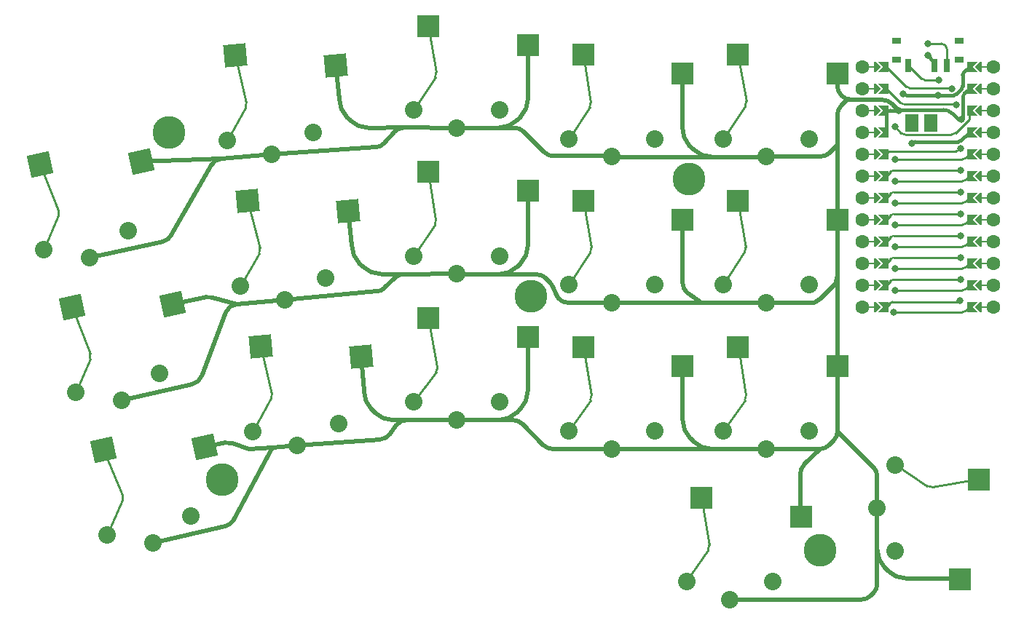
<source format=gbr>
G04 #@! TF.GenerationSoftware,KiCad,Pcbnew,6.0.0-d3dd2cf0fa~116~ubuntu20.04.1*
G04 #@! TF.CreationDate,2022-01-06T22:41:23-05:00*
G04 #@! TF.ProjectId,34_hs_mount,33345f68-735f-46d6-9f75-6e742e6b6963,0.1*
G04 #@! TF.SameCoordinates,Original*
G04 #@! TF.FileFunction,Copper,L2,Bot*
G04 #@! TF.FilePolarity,Positive*
%FSLAX46Y46*%
G04 Gerber Fmt 4.6, Leading zero omitted, Abs format (unit mm)*
G04 Created by KiCad (PCBNEW 6.0.0-d3dd2cf0fa~116~ubuntu20.04.1) date 2022-01-06 22:41:23*
%MOMM*%
%LPD*%
G01*
G04 APERTURE LIST*
G04 Aperture macros list*
%AMRotRect*
0 Rectangle, with rotation*
0 The origin of the aperture is its center*
0 $1 length*
0 $2 width*
0 $3 Rotation angle, in degrees counterclockwise*
0 Add horizontal line*
21,1,$1,$2,0,0,$3*%
%AMFreePoly0*
4,1,5,0.125000,-0.500000,-0.125000,-0.500000,-0.125000,0.500000,0.125000,0.500000,0.125000,-0.500000,0.125000,-0.500000,$1*%
%AMFreePoly1*
4,1,6,0.600000,0.200000,0.000000,-0.400000,-0.600000,0.200000,-0.600000,0.400000,0.600000,0.400000,0.600000,0.200000,0.600000,0.200000,$1*%
%AMFreePoly2*
4,1,6,0.600000,-0.250000,-0.600000,-0.250000,-0.600000,1.000000,0.000000,0.400000,0.600000,1.000000,0.600000,-0.250000,0.600000,-0.250000,$1*%
G04 Aperture macros list end*
G04 #@! TA.AperFunction,ComponentPad*
%ADD10C,2.600000*%
G04 #@! TD*
G04 #@! TA.AperFunction,ConnectorPad*
%ADD11C,3.800000*%
G04 #@! TD*
G04 #@! TA.AperFunction,ComponentPad*
%ADD12C,2.032000*%
G04 #@! TD*
G04 #@! TA.AperFunction,SMDPad,CuDef*
%ADD13RotRect,2.600000X2.600000X12.500000*%
G04 #@! TD*
G04 #@! TA.AperFunction,SMDPad,CuDef*
%ADD14R,2.600000X2.600000*%
G04 #@! TD*
G04 #@! TA.AperFunction,SMDPad,CuDef*
%ADD15R,1.500000X2.100000*%
G04 #@! TD*
G04 #@! TA.AperFunction,SMDPad,CuDef*
%ADD16FreePoly0,90.000000*%
G04 #@! TD*
G04 #@! TA.AperFunction,ComponentPad*
%ADD17C,1.600000*%
G04 #@! TD*
G04 #@! TA.AperFunction,SMDPad,CuDef*
%ADD18FreePoly0,270.000000*%
G04 #@! TD*
G04 #@! TA.AperFunction,SMDPad,CuDef*
%ADD19FreePoly1,270.000000*%
G04 #@! TD*
G04 #@! TA.AperFunction,SMDPad,CuDef*
%ADD20FreePoly1,90.000000*%
G04 #@! TD*
G04 #@! TA.AperFunction,SMDPad,CuDef*
%ADD21FreePoly2,90.000000*%
G04 #@! TD*
G04 #@! TA.AperFunction,SMDPad,CuDef*
%ADD22FreePoly2,270.000000*%
G04 #@! TD*
G04 #@! TA.AperFunction,SMDPad,CuDef*
%ADD23RotRect,2.600000X2.600000X5.000000*%
G04 #@! TD*
G04 #@! TA.AperFunction,SMDPad,CuDef*
%ADD24R,1.000000X0.800000*%
G04 #@! TD*
G04 #@! TA.AperFunction,SMDPad,CuDef*
%ADD25R,0.700000X1.500000*%
G04 #@! TD*
G04 #@! TA.AperFunction,ViaPad*
%ADD26C,0.800000*%
G04 #@! TD*
G04 #@! TA.AperFunction,Conductor*
%ADD27C,0.500000*%
G04 #@! TD*
G04 #@! TA.AperFunction,Conductor*
%ADD28C,0.250000*%
G04 #@! TD*
G04 #@! TA.AperFunction,Conductor*
%ADD29C,0.400000*%
G04 #@! TD*
G04 APERTURE END LIST*
D10*
X106222800Y-68935600D03*
D11*
X106222800Y-68935600D03*
D10*
X87858600Y-82575400D03*
D11*
X87858600Y-82575400D03*
D10*
X121513600Y-112115600D03*
D11*
X121513600Y-112115600D03*
D10*
X51993800Y-103886000D03*
D11*
X51993800Y-103886000D03*
D10*
X45821600Y-63474600D03*
D11*
X45821600Y-63474600D03*
D12*
X40265994Y-94660146D03*
D13*
X34503815Y-83799878D03*
D12*
X44692951Y-91527727D03*
D13*
X46256201Y-83447852D03*
D12*
X34929990Y-93692123D03*
D13*
X30824339Y-67202853D03*
D12*
X36586518Y-78063121D03*
X31250514Y-77095098D03*
D13*
X42576725Y-66850827D03*
D12*
X41013475Y-74930702D03*
X79230000Y-62958851D03*
D14*
X75955000Y-51108851D03*
D12*
X74230000Y-60858851D03*
X84230000Y-60858851D03*
D14*
X87505000Y-53308851D03*
D15*
X134329702Y-62386557D03*
X132129702Y-62386557D03*
D14*
X111950000Y-71474999D03*
D12*
X115225000Y-83324999D03*
D14*
X123500000Y-73674999D03*
D12*
X120225000Y-81224999D03*
X110225000Y-81224999D03*
X115225000Y-66325000D03*
D14*
X111950000Y-54475000D03*
X123500000Y-56675000D03*
D12*
X120225000Y-64225000D03*
X110225000Y-64225000D03*
D16*
X127642099Y-81255003D03*
D17*
X126372099Y-55855003D03*
D18*
X140342099Y-83795003D03*
D17*
X141612099Y-66015003D03*
D19*
X139834099Y-78715003D03*
D20*
X128150099Y-76175003D03*
D17*
X141612099Y-60935003D03*
D19*
X139834099Y-71095003D03*
D18*
X140342099Y-78715003D03*
D17*
X126372099Y-63475003D03*
X126372099Y-68555003D03*
D20*
X128150099Y-78715003D03*
X128150099Y-66015003D03*
D17*
X141612099Y-71095003D03*
D19*
X139834099Y-58395003D03*
D17*
X141612099Y-83795003D03*
D18*
X140342099Y-66015003D03*
D19*
X139834099Y-76175003D03*
D20*
X128150099Y-71095003D03*
X128150099Y-60935003D03*
D17*
X126372099Y-58395003D03*
X141612099Y-76175003D03*
D20*
X128150099Y-83795003D03*
D16*
X127642099Y-66015003D03*
D19*
X139834099Y-81255003D03*
D18*
X140342099Y-68555003D03*
D17*
X141612099Y-68555003D03*
D20*
X128150099Y-81255003D03*
D17*
X141612099Y-55855003D03*
D20*
X128150099Y-58395003D03*
D17*
X141612099Y-73635003D03*
D18*
X140342099Y-55855003D03*
D17*
X141612099Y-63475003D03*
D16*
X127642099Y-60935003D03*
D17*
X126372099Y-60935003D03*
D16*
X127642099Y-76175003D03*
D18*
X140342099Y-58395003D03*
D17*
X126372099Y-81255003D03*
D20*
X128150099Y-73635003D03*
D17*
X126372099Y-71095003D03*
D18*
X140342099Y-63475003D03*
D19*
X139834099Y-83795003D03*
D16*
X127642099Y-73635003D03*
X127642099Y-78715003D03*
D20*
X128150099Y-68555003D03*
D17*
X126372099Y-78715003D03*
D19*
X139834099Y-55855003D03*
D17*
X141612099Y-58395003D03*
D19*
X139834099Y-73635003D03*
D16*
X127642099Y-68555003D03*
D19*
X139834099Y-68555003D03*
D18*
X140342099Y-73635003D03*
D19*
X139834099Y-66015003D03*
D17*
X126372099Y-66015003D03*
D16*
X127642099Y-55855003D03*
D19*
X139834099Y-60935003D03*
D17*
X126372099Y-76175003D03*
D18*
X140342099Y-71095003D03*
D17*
X126372099Y-83795003D03*
X126372099Y-73635003D03*
D20*
X128150099Y-63475003D03*
D18*
X140342099Y-60935003D03*
D17*
X141612099Y-81255003D03*
D18*
X140342099Y-76175003D03*
D16*
X127642099Y-83795003D03*
X127642099Y-63475003D03*
D20*
X128150099Y-55855003D03*
D17*
X141612099Y-78715003D03*
D16*
X127642099Y-71095003D03*
D19*
X139834099Y-63475003D03*
D16*
X127642099Y-58395003D03*
D18*
X140342099Y-81255003D03*
D21*
X129166099Y-55855003D03*
X129166099Y-58395003D03*
X129166099Y-60935003D03*
X129166099Y-63475003D03*
X129166099Y-66015003D03*
X129166099Y-68555003D03*
X129166099Y-71095003D03*
X129166099Y-73635003D03*
X129166099Y-76175003D03*
X129166099Y-78715003D03*
X129166099Y-81255003D03*
X129166099Y-83795003D03*
D22*
X138818099Y-83795003D03*
X138818099Y-81255003D03*
X138818099Y-78715003D03*
X138818099Y-76175003D03*
X138818099Y-73635003D03*
X138818099Y-71095003D03*
X138818099Y-68555003D03*
X138818099Y-66015003D03*
X138818099Y-63475003D03*
X138818099Y-60935003D03*
X138818099Y-58395003D03*
X138818099Y-55855003D03*
D12*
X97233086Y-100327566D03*
D14*
X93958086Y-88477566D03*
D12*
X92233086Y-98227566D03*
X102233086Y-98227566D03*
D14*
X105508086Y-90677566D03*
X93958086Y-71477564D03*
D12*
X97233086Y-83327564D03*
X102233086Y-81227564D03*
X92233086Y-81227564D03*
D14*
X105508086Y-73677564D03*
X139975000Y-103900000D03*
D12*
X128125000Y-107175000D03*
X130225000Y-112175000D03*
X130225000Y-102175000D03*
D14*
X137775000Y-115450000D03*
X93958086Y-54477567D03*
D12*
X97233086Y-66327567D03*
D14*
X105508086Y-56677567D03*
D12*
X92233086Y-64227567D03*
X102233086Y-64227567D03*
X110975000Y-117825000D03*
D14*
X107700000Y-105975000D03*
D12*
X105975000Y-115725000D03*
X115975000Y-115725000D03*
D14*
X119250000Y-108175000D03*
D23*
X56421036Y-88419286D03*
D12*
X60716369Y-99938758D03*
X55552368Y-98282528D03*
X65514315Y-97410970D03*
D23*
X68118827Y-89604265D03*
D12*
X79230000Y-96958862D03*
D14*
X75955000Y-85108862D03*
D12*
X84230000Y-94858862D03*
X74230000Y-94858862D03*
D14*
X87505000Y-87308862D03*
D23*
X54939388Y-71483978D03*
D12*
X59234721Y-83003450D03*
D23*
X66637179Y-72668957D03*
D12*
X64032667Y-80475662D03*
X54070720Y-81347220D03*
D23*
X53457746Y-54548662D03*
D12*
X57753079Y-66068134D03*
X62551025Y-63540346D03*
D23*
X65155537Y-55733641D03*
D12*
X52589078Y-64411904D03*
D24*
X137650576Y-52861813D03*
X130350576Y-52861813D03*
X130350576Y-55061813D03*
X137650576Y-55061813D03*
D25*
X131750576Y-55711813D03*
X134750576Y-55711813D03*
X136250576Y-55711813D03*
D13*
X38178958Y-100397525D03*
D12*
X43941137Y-111257793D03*
X38605133Y-110289770D03*
X48368094Y-108125374D03*
D13*
X49931344Y-100045499D03*
D12*
X79230000Y-79958851D03*
D14*
X75955000Y-68108851D03*
X87505000Y-70308851D03*
D12*
X74230000Y-77858851D03*
X84230000Y-77858851D03*
D14*
X111950000Y-88472430D03*
D12*
X115225000Y-100322430D03*
X110225000Y-98222430D03*
X120225000Y-98222430D03*
D14*
X123500000Y-90672430D03*
D26*
X134000579Y-53161815D03*
X130166097Y-74269998D03*
X130166099Y-76810001D03*
X130166097Y-79350000D03*
X130166098Y-81890002D03*
X130025000Y-84450000D03*
X137818099Y-65380003D03*
X136818099Y-58395001D03*
X130166097Y-66650000D03*
X130166096Y-69190003D03*
X130166097Y-71730000D03*
X137818097Y-78080001D03*
X137818095Y-75540003D03*
X137818101Y-73000004D03*
X137818097Y-70460003D03*
X137818099Y-67920001D03*
X130166098Y-62840002D03*
X137318098Y-60300003D03*
X130666098Y-60935001D03*
X137876690Y-61980157D03*
X134000581Y-54561815D03*
X132166099Y-64745000D03*
X132060090Y-62386557D03*
X135272264Y-57384846D03*
X134329703Y-62386558D03*
X135235090Y-59211557D03*
X131166098Y-59030002D03*
X137775090Y-83087557D03*
X137818097Y-80620000D03*
D27*
X106134845Y-82234341D02*
G75*
G02*
X105508229Y-81021421I873365J1219517D01*
G01*
X105503498Y-79946077D02*
X105508228Y-81021421D01*
X97233086Y-83327564D02*
X107659278Y-83326078D01*
X107659278Y-83326078D02*
X115225000Y-83324999D01*
X106134845Y-82234342D02*
X107659278Y-83326078D01*
X121603199Y-82775931D02*
X120777000Y-83312000D01*
X120777000Y-83312000D02*
X115225000Y-83324999D01*
X90807250Y-82362003D02*
G75*
G03*
X92185142Y-83293368I1388051J568597D01*
G01*
X90436657Y-81457324D02*
G75*
G03*
X90109265Y-80965265I-1388055J-568602D01*
G01*
X88532680Y-80010001D02*
G75*
G02*
X89593339Y-80449341I-1J-1500001D01*
G01*
X73094224Y-79973523D02*
X79244389Y-79958851D01*
X79244389Y-79958851D02*
X79295538Y-80010000D01*
X79295538Y-80010000D02*
X88532680Y-80010000D01*
X89593340Y-80449340D02*
X90109265Y-80965265D01*
X90436658Y-81457324D02*
X90807250Y-82362003D01*
X92185142Y-83293368D02*
X97233086Y-83327564D01*
X123463134Y-80456030D02*
X123500832Y-80121427D01*
X123500832Y-80121427D02*
X123502900Y-79953067D01*
X121603199Y-82775931D02*
X123276997Y-81102133D01*
X123276997Y-81102133D02*
X123388208Y-80784308D01*
X123388208Y-80784308D02*
X123463134Y-80456030D01*
X53305535Y-108567242D02*
G75*
G02*
X52319637Y-109322730I-1323444J706035D01*
G01*
X57800247Y-100142047D02*
X53305535Y-108567242D01*
X60716369Y-99938758D02*
X57800247Y-100142047D01*
X57800247Y-100142047D02*
X55112027Y-100329449D01*
X52319637Y-109322731D02*
X43941137Y-111257793D01*
D28*
X136250578Y-53825947D02*
X136250581Y-55711815D01*
X135940002Y-53308264D02*
X136104133Y-53472397D01*
X134000579Y-53161815D02*
X135586446Y-53161815D01*
X136104133Y-53472397D02*
G75*
G02*
X136250578Y-53825947I-353552J-353551D01*
G01*
X135586446Y-53161816D02*
G75*
G02*
X135940002Y-53308264I-1J-500003D01*
G01*
X30824339Y-67202853D02*
X32948182Y-72562580D01*
X138329546Y-74123554D02*
X138818098Y-73635001D01*
X32939211Y-73173711D02*
X31250514Y-77095098D01*
X130166097Y-74269998D02*
X137975992Y-74270001D01*
X32948182Y-72562580D02*
G75*
G02*
X32939211Y-73173711I-743729J-294714D01*
G01*
X137975992Y-74270001D02*
G75*
G03*
X138329546Y-74123554I1J499997D01*
G01*
X53457746Y-54548662D02*
X54786247Y-60025923D01*
X138329545Y-76663555D02*
X138818097Y-76175004D01*
X54707882Y-60603427D02*
X52589078Y-64411904D01*
X130166099Y-76810001D02*
X137975992Y-76810001D01*
X137975992Y-76810000D02*
G75*
G03*
X138329545Y-76663555I0J500001D01*
G01*
X54786247Y-60025923D02*
G75*
G02*
X54707882Y-60603427I-777455J-188571D01*
G01*
X76738431Y-57061244D02*
X74244393Y-60858851D01*
X130166097Y-79350000D02*
X137975991Y-79350002D01*
X75969393Y-51108851D02*
X76859036Y-56491639D01*
X138329544Y-79203556D02*
X138818098Y-78715004D01*
X76859036Y-56491639D02*
G75*
G02*
X76738431Y-57061244I-789294J-130450D01*
G01*
X138329544Y-79203556D02*
G75*
G02*
X137975991Y-79350002I-353553J353556D01*
G01*
X94694797Y-60570293D02*
X92233086Y-64227567D01*
X130166098Y-81890002D02*
X137975991Y-81890005D01*
X138329546Y-81743557D02*
X138818099Y-81254999D01*
X93958086Y-54477567D02*
X94821531Y-60000001D01*
X94694797Y-60570293D02*
G75*
G03*
X94821531Y-60000001I-663673J446714D01*
G01*
X138329546Y-81743557D02*
G75*
G02*
X137975991Y-81890005I-353556J353556D01*
G01*
X130044997Y-84430003D02*
X137975988Y-84430003D01*
X130025000Y-84450000D02*
X130044997Y-84430003D01*
X111950000Y-54475000D02*
X112903507Y-59860898D01*
X138329541Y-84283557D02*
X138818096Y-83795003D01*
X112778484Y-60448458D02*
X110225000Y-64225000D01*
X112778483Y-60448458D02*
G75*
G03*
X112903506Y-59860898I-662723J448098D01*
G01*
X138329541Y-84283557D02*
G75*
G02*
X137975988Y-84430003I-353553J353556D01*
G01*
X129166099Y-66015003D02*
X129337153Y-65843949D01*
X137647046Y-65551056D02*
X137818099Y-65380003D01*
X131166099Y-65697503D02*
X137293492Y-65697503D01*
X129690706Y-65697503D02*
X131166099Y-65697503D01*
X34503815Y-83799878D02*
X36637649Y-89200344D01*
X36626526Y-89815028D02*
X34929990Y-93692123D01*
X36637648Y-89200344D02*
G75*
G02*
X36626525Y-89815028I-744026J-293979D01*
G01*
X137647046Y-65551056D02*
G75*
G02*
X137293492Y-65697503I-353553J353550D01*
G01*
X129337153Y-65843949D02*
G75*
G02*
X129690706Y-65697503I353553J-353556D01*
G01*
X136818099Y-58395001D02*
X136728585Y-58305490D01*
X136728585Y-58305490D02*
X131823695Y-58305493D01*
X56274739Y-77554393D02*
X54070720Y-81347220D01*
X54939388Y-71483978D02*
X56357426Y-76951611D01*
X131470141Y-58159046D02*
X129166098Y-55855001D01*
X131823695Y-58305493D02*
G75*
G02*
X131470141Y-58159046I-1J499997D01*
G01*
X56357425Y-76951611D02*
G75*
G02*
X56274739Y-77554393I-774384J-200836D01*
G01*
X75969389Y-68108851D02*
X76822483Y-73698652D01*
X76692510Y-74270180D02*
X74244389Y-77858851D01*
X130166097Y-66650000D02*
X137975993Y-66650003D01*
X138329547Y-66503555D02*
X138818099Y-66015001D01*
X138329547Y-66503555D02*
G75*
G02*
X137975993Y-66650003I-353556J353556D01*
G01*
X76822482Y-73698652D02*
G75*
G02*
X76692509Y-74270180I-790848J-120693D01*
G01*
X130166096Y-69190003D02*
X137975989Y-69190003D01*
X93958093Y-71477564D02*
X94894946Y-76854051D01*
X138329543Y-69043556D02*
X138818098Y-68555001D01*
X94771563Y-77436487D02*
X92233093Y-81227564D01*
X94771562Y-77436487D02*
G75*
G03*
X94894945Y-76854051I-664734J445104D01*
G01*
X138329543Y-69043556D02*
G75*
G02*
X137975989Y-69190003I-353553J353550D01*
G01*
X111950004Y-71474999D02*
X112839069Y-76851975D01*
X112718825Y-77421099D02*
X110225004Y-81224999D01*
X138329545Y-71583556D02*
X138818097Y-71095001D01*
X130166097Y-71730000D02*
X137975990Y-71730004D01*
X112718825Y-77421099D02*
G75*
G03*
X112839069Y-76851975I-669045J438620D01*
G01*
X138329545Y-71583556D02*
G75*
G02*
X137975990Y-71730004I-353556J353556D01*
G01*
X129654650Y-78226448D02*
X129166097Y-78715000D01*
X137818097Y-78080001D02*
X130008203Y-78080002D01*
X40362911Y-106273247D02*
X38605133Y-110289770D01*
X38178958Y-100397525D02*
X40368326Y-105644438D01*
X130008203Y-78080003D02*
G75*
G03*
X129654650Y-78226448I0J-500001D01*
G01*
X40368325Y-105644438D02*
G75*
G02*
X40362910Y-106273247I-738306J-308070D01*
G01*
X57687024Y-94445009D02*
X55552368Y-98282528D01*
X56421036Y-88419286D02*
X57764612Y-93864470D01*
X129654650Y-75686450D02*
X129166098Y-76175004D01*
X137818095Y-75540003D02*
X130008204Y-75540003D01*
X130008204Y-75540003D02*
G75*
G03*
X129654650Y-75686450I-1J-499997D01*
G01*
X57764612Y-93864470D02*
G75*
G02*
X57687024Y-94445009I-776700J-191650D01*
G01*
X76827453Y-91336221D02*
X74244382Y-94858862D01*
X75969382Y-85108862D02*
X76969902Y-90722789D01*
X129654652Y-73146450D02*
X129166096Y-73635004D01*
X137818101Y-73000004D02*
X130008205Y-73000004D01*
X130008205Y-73000005D02*
G75*
G03*
X129654652Y-73146450I0J-500001D01*
G01*
X76969902Y-90722789D02*
G75*
G02*
X76827453Y-91336221I-787593J-140363D01*
G01*
X129654653Y-70606447D02*
X129166096Y-71095001D01*
X93958093Y-88477566D02*
X94913758Y-94033056D01*
X137818097Y-70460003D02*
X130008205Y-70460002D01*
X94778367Y-94630800D02*
X92233093Y-98227566D01*
X130008205Y-70460003D02*
G75*
G03*
X129654653Y-70606447I0J-500001D01*
G01*
X94913758Y-94033056D02*
G75*
G02*
X94778367Y-94630800I-788419J-135626D01*
G01*
X130666099Y-67920003D02*
X130008206Y-67920003D01*
X112744203Y-94636275D02*
X110241911Y-98222430D01*
X111966911Y-88472430D02*
X112877671Y-94049556D01*
X130666101Y-67920001D02*
X130666099Y-67920003D01*
X137818099Y-67920001D02*
X130666101Y-67920001D01*
X129654652Y-68066450D02*
X129166099Y-68555003D01*
X129654652Y-68066450D02*
G75*
G02*
X130008206Y-67920003I353553J-353550D01*
G01*
X112877671Y-94049556D02*
G75*
G02*
X112744203Y-94636275I-789545J-128933D01*
G01*
X137261509Y-63549242D02*
X138818098Y-61992653D01*
X131441024Y-63783557D02*
X136695823Y-63783557D01*
X130166098Y-62840002D02*
X130875339Y-63549243D01*
X138818098Y-61992653D02*
X138818098Y-60935003D01*
X137261509Y-63549242D02*
G75*
G02*
X136695823Y-63783557I-565689J565692D01*
G01*
X130875339Y-63549243D02*
G75*
G03*
X131441024Y-63783557I565685J565686D01*
G01*
X130835139Y-60064045D02*
X129166098Y-58395003D01*
X137228587Y-60210490D02*
X131188693Y-60210492D01*
X137318098Y-60300003D02*
X137228587Y-60210490D01*
X131188693Y-60210492D02*
G75*
G02*
X130835139Y-60064045I-1J499997D01*
G01*
D27*
X128125000Y-107096575D02*
X128125000Y-116028680D01*
X131501316Y-115388678D02*
X137775000Y-115371575D01*
X87503678Y-93578684D02*
X87519382Y-93562980D01*
X128125000Y-107096575D02*
X128125000Y-103493578D01*
X72224565Y-97559820D02*
X71457875Y-98597800D01*
D29*
X137876690Y-61980157D02*
X137542322Y-61980157D01*
X129166098Y-61435002D02*
X129166099Y-63475004D01*
D27*
X126328680Y-117825000D02*
X110925000Y-117825000D01*
X53667591Y-83470861D02*
X50863238Y-82694966D01*
X105503498Y-79946077D02*
X105508093Y-79941482D01*
X89347226Y-99888226D02*
X86857202Y-97398202D01*
X68467298Y-93594655D02*
X68118827Y-89604265D01*
D29*
X135803402Y-60862557D02*
X130738542Y-60862557D01*
D27*
X70365488Y-99202248D02*
X60716369Y-99938758D01*
X55112027Y-100329449D02*
X53149337Y-99656614D01*
X115241911Y-100322430D02*
X108452366Y-100324366D01*
X108452366Y-100324366D02*
X97233093Y-100327566D01*
X127685660Y-117089340D02*
X127389340Y-117385660D01*
D29*
X137542322Y-61980157D02*
X136864062Y-61301897D01*
D27*
X59234721Y-83003450D02*
X53667591Y-83470861D01*
X97148719Y-66243200D02*
X90486520Y-66243200D01*
X106720613Y-65466122D02*
X106743084Y-65466122D01*
D29*
X130738542Y-60862557D02*
X130666098Y-60935001D01*
D27*
X79244382Y-96958862D02*
X73433137Y-96951023D01*
X51886767Y-66559147D02*
X42576725Y-66850827D01*
X85796542Y-96958862D02*
X79244382Y-96958862D01*
D29*
X130666098Y-60935001D02*
X129666098Y-60935002D01*
D27*
X108839000Y-66344800D02*
X97250319Y-66344800D01*
X79244393Y-62958851D02*
X73081103Y-62950881D01*
X123516911Y-90672430D02*
X123516911Y-98264169D01*
D29*
X130666098Y-60935001D02*
X130644674Y-60935001D01*
D27*
X86250978Y-96074017D02*
X86625000Y-95700000D01*
X97285786Y-100380800D02*
X97233093Y-100433493D01*
X65597298Y-59594655D02*
X65155537Y-55733641D01*
X67047298Y-76594655D02*
X66637179Y-72668957D01*
X48515436Y-92778915D02*
X40265994Y-94660146D01*
X125881276Y-59680557D02*
X125071877Y-59680557D01*
X73094224Y-79973523D02*
X70530000Y-79970000D01*
X123500004Y-73674999D02*
X123516911Y-90672430D01*
X128561803Y-59680557D02*
X125881276Y-59680557D01*
D29*
X137876690Y-61980157D02*
X137993416Y-61980157D01*
D27*
X105508086Y-56677567D02*
X105490382Y-62996177D01*
X129005983Y-114135978D02*
X129380000Y-114510000D01*
X45074618Y-76193273D02*
X36586518Y-78063121D01*
X124643660Y-59680557D02*
X123939340Y-60384877D01*
X115205200Y-66344800D02*
X108889800Y-66344800D01*
X72037141Y-80412859D02*
X70882464Y-81567536D01*
D29*
X137993416Y-61980157D02*
X138082589Y-61890984D01*
D27*
X119200000Y-103202400D02*
X119200000Y-108175000D01*
X115243594Y-66306406D02*
X115225000Y-66325000D01*
X87528400Y-76628684D02*
X87519389Y-76619673D01*
X124011217Y-59241217D02*
X123939340Y-59169340D01*
X97233093Y-100327566D02*
X90407886Y-100327566D01*
X69345983Y-95715978D02*
X69720000Y-96090000D01*
X87519382Y-93562980D02*
X87519382Y-87308862D01*
X86272300Y-62070333D02*
X86646322Y-61696316D01*
X123500000Y-61445537D02*
X123500000Y-64968000D01*
X73081103Y-62950881D02*
X68971316Y-62968678D01*
X106382183Y-99066978D02*
X106756200Y-99441000D01*
X123500000Y-58108680D02*
X123500000Y-56675000D01*
X121458650Y-100322430D02*
X119639340Y-102141740D01*
D29*
X134604133Y-55165367D02*
X134000581Y-54561815D01*
D27*
X69834111Y-65218323D02*
X57753079Y-66068134D01*
X123500000Y-64968000D02*
X123500000Y-73674995D01*
X121546950Y-66306406D02*
X115243594Y-66306406D01*
D29*
X138264055Y-58949042D02*
X138818098Y-58395005D01*
D27*
X52395802Y-99599525D02*
X49931344Y-100045499D01*
X115225000Y-66325000D02*
X115205200Y-66344800D01*
X69961464Y-82000360D02*
X59234721Y-83003450D01*
X127685660Y-102432918D02*
X123516911Y-98264169D01*
X97250319Y-66344800D02*
X97233086Y-66327567D01*
X97233086Y-66327567D02*
X97148719Y-66243200D01*
X87519389Y-76619673D02*
X87519389Y-70308851D01*
X87525000Y-59575000D02*
X87519393Y-59569393D01*
X123500000Y-73674995D02*
X123500004Y-73674999D01*
X121458650Y-100322430D02*
X115241911Y-100322430D01*
X85959531Y-62958851D02*
X79244393Y-62958851D01*
X66475983Y-61715978D02*
X66850000Y-62090000D01*
X123077571Y-99324829D02*
X122519310Y-99883090D01*
X73433137Y-96951023D02*
X71841316Y-96968678D01*
X71951083Y-63462226D02*
X70856937Y-64710675D01*
X121556602Y-66296754D02*
X121546950Y-66306406D01*
X67925983Y-78715978D02*
X68300000Y-79090000D01*
X130644674Y-60935001D02*
X129976016Y-60266343D01*
X52390193Y-84434672D02*
X49584828Y-91847389D01*
X97233093Y-100433493D02*
X97233093Y-100327566D01*
X123500000Y-64968000D02*
X122610570Y-65857430D01*
X106251480Y-64996989D02*
X106720613Y-65466122D01*
X50708878Y-67310828D02*
X46054921Y-75471487D01*
X50170706Y-82669457D02*
X46256201Y-83447852D01*
D29*
X138117609Y-61698383D02*
X138117607Y-59302597D01*
D27*
X105508093Y-79941482D02*
X105508093Y-73677564D01*
X87519393Y-59569393D02*
X87519393Y-53308851D01*
X57753079Y-66068134D02*
X51886767Y-66559147D01*
X105508093Y-96912866D02*
X105508093Y-90677566D01*
X125071877Y-59680557D02*
X124643660Y-59680557D01*
X86275700Y-79124017D02*
X86649722Y-78750000D01*
X89425860Y-65803860D02*
X87020191Y-63398191D01*
D29*
X134750581Y-55711813D02*
X134750580Y-55518918D01*
D27*
X68971316Y-62968678D02*
G75*
G02*
X66850000Y-62090000I-30J2999921D01*
G01*
X126328680Y-117824999D02*
G75*
G03*
X127389339Y-117385659I-1J1500001D01*
G01*
X86250978Y-96074017D02*
G75*
G02*
X84129655Y-96952702I-2121305J2121265D01*
G01*
X119639340Y-102141740D02*
G75*
G03*
X119200000Y-103202400I1060662J-1060661D01*
G01*
X72037141Y-80412859D02*
G75*
G02*
X73094224Y-79973523I1060660J-1060659D01*
G01*
X131501316Y-115388678D02*
G75*
G02*
X129380000Y-114510000I-30J2999921D01*
G01*
X89347226Y-99888226D02*
G75*
G03*
X90407886Y-100327566I1060661J1060662D01*
G01*
X70365488Y-99202247D02*
G75*
G03*
X71457875Y-98597800I-114162J1495649D01*
G01*
X48515436Y-92778914D02*
G75*
G03*
X49584827Y-91847389I-333505J1462457D01*
G01*
X87528400Y-76628684D02*
G75*
G02*
X86649722Y-78750000I-2999921J-30D01*
G01*
X71841316Y-96968678D02*
G75*
G02*
X69720000Y-96090000I-30J2999921D01*
G01*
X67925983Y-78715978D02*
G75*
G02*
X67047298Y-76594655I2121265J2121305D01*
G01*
X90486520Y-66243199D02*
G75*
G02*
X89425861Y-65803859I1J1500001D01*
G01*
X123516910Y-98264169D02*
G75*
G02*
X123077570Y-99324828I-1500001J1D01*
G01*
X106382183Y-99066978D02*
G75*
G02*
X105503498Y-96945655I2121265J2121305D01*
G01*
X70856937Y-64710675D02*
G75*
G02*
X69834111Y-65218323I-1128082J988661D01*
G01*
X50708879Y-67310828D02*
G75*
G02*
X51886767Y-66559148I1302999J-743089D01*
G01*
X70421316Y-79968678D02*
G75*
G02*
X68300000Y-79090000I-30J2999921D01*
G01*
X69345983Y-95715978D02*
G75*
G02*
X68467298Y-93594655I2121265J2121305D01*
G01*
X123500001Y-61445537D02*
G75*
G02*
X123939341Y-60384878I1500001J-1D01*
G01*
D29*
X129666098Y-60935002D02*
G75*
G03*
X129166098Y-61435002I1J-500001D01*
G01*
D27*
X53667591Y-83470861D02*
G75*
G03*
X52390193Y-84434672I125497J-1494741D01*
G01*
D29*
X138117608Y-61698383D02*
G75*
G02*
X138082588Y-61890984I-602824J10125D01*
G01*
D27*
X124011217Y-59241217D02*
G75*
G03*
X125071877Y-59680557I1060661J1060662D01*
G01*
X46054921Y-75471487D02*
G75*
G02*
X45074618Y-76193273I-1303000J743088D01*
G01*
X87525000Y-59575000D02*
G75*
G02*
X86646322Y-61696316I-2999921J-30D01*
G01*
X108877516Y-100319678D02*
G75*
G02*
X106756200Y-99441000I-30J2999921D01*
G01*
X129005983Y-114135978D02*
G75*
G02*
X128127298Y-112014655I2121265J2121305D01*
G01*
X121458650Y-100322429D02*
G75*
G03*
X122519309Y-99883089I-1J1500001D01*
G01*
X70882464Y-81567536D02*
G75*
G02*
X69961464Y-82000360I-1060663J1060667D01*
G01*
X50170706Y-82669457D02*
G75*
G02*
X50863238Y-82694967I292544J-1471218D01*
G01*
X72224565Y-97559820D02*
G75*
G02*
X73433137Y-96951023I1206549J-891202D01*
G01*
X66475983Y-61715978D02*
G75*
G02*
X65597298Y-59594655I2121265J2121305D01*
G01*
D29*
X134750579Y-55518918D02*
G75*
G03*
X134604133Y-55165367I-500003J-4D01*
G01*
D27*
X87503678Y-93578684D02*
G75*
G02*
X86625000Y-95700000I-2999921J-30D01*
G01*
X52395802Y-99599525D02*
G75*
G02*
X53149337Y-99656615I267102J-1476046D01*
G01*
X108864400Y-66344800D02*
G75*
G02*
X106743084Y-65466122I-30J2999921D01*
G01*
X123939340Y-59169340D02*
G75*
G02*
X123500000Y-58108680I1060662J1060661D01*
G01*
X86857202Y-97398202D02*
G75*
G03*
X85796542Y-96958862I-1060661J-1060662D01*
G01*
X85959531Y-62958852D02*
G75*
G02*
X87020190Y-63398192I-1J-1500001D01*
G01*
D29*
X135803402Y-60862558D02*
G75*
G02*
X136864061Y-61301898I-1J-1500001D01*
G01*
D27*
X106251480Y-64996989D02*
G75*
G02*
X105490382Y-62996177I2259165J2004539D01*
G01*
X121556602Y-66296753D02*
G75*
G03*
X122610569Y-65857429I-6694J1499991D01*
G01*
X71951083Y-63462226D02*
G75*
G02*
X73081103Y-62950881I1128080J-988655D01*
G01*
X86272300Y-62070333D02*
G75*
G02*
X84150977Y-62949018I-2121305J2121265D01*
G01*
X86275700Y-79124017D02*
G75*
G02*
X84154377Y-80002702I-2121305J2121265D01*
G01*
X128124999Y-116028680D02*
G75*
G02*
X127685659Y-117089339I-1500001J1D01*
G01*
X128561803Y-59680558D02*
G75*
G02*
X129976015Y-60266344I0J-1999999D01*
G01*
X127685660Y-102432918D02*
G75*
G02*
X128125000Y-103493578I-1060662J-1060661D01*
G01*
D29*
X138264055Y-58949042D02*
G75*
G03*
X138117607Y-59302597I353544J-353552D01*
G01*
X137505499Y-64580491D02*
X132537715Y-64580491D01*
X137859053Y-64434044D02*
X138818097Y-63475000D01*
X132184161Y-64726938D02*
X132166099Y-64745000D01*
X132184161Y-64726938D02*
G75*
G02*
X132537715Y-64580491I353553J-353550D01*
G01*
X137505499Y-64580491D02*
G75*
G03*
X137859053Y-64434044I1J499997D01*
G01*
D28*
X131750576Y-55711813D02*
X133277163Y-57238400D01*
X133630716Y-57384846D02*
X135272264Y-57384846D01*
X133630716Y-57384845D02*
G75*
G02*
X133277163Y-57238400I0J500001D01*
G01*
D29*
X137300771Y-59048069D02*
X137905552Y-58443284D01*
X136947214Y-59194516D02*
X134671933Y-59194516D01*
X138051997Y-58089732D02*
X138051997Y-56828212D01*
X138198444Y-56474658D02*
X138818100Y-55855003D01*
X131184161Y-59048065D02*
X131166098Y-59030002D01*
X134671930Y-59194513D02*
X131537716Y-59194513D01*
X138051996Y-58089732D02*
G75*
G02*
X137905552Y-58443284I-500001J0D01*
G01*
X138198444Y-56474658D02*
G75*
G03*
X138051997Y-56828212I353550J-353553D01*
G01*
X136947214Y-59194515D02*
G75*
G03*
X137300770Y-59048068I7J499990D01*
G01*
X131537716Y-59194513D02*
G75*
G02*
X131184161Y-59048065I-3J499992D01*
G01*
D28*
X133942966Y-104628174D02*
X130225000Y-102096575D01*
X137648090Y-83214557D02*
X129953644Y-83214557D01*
X129600090Y-83361004D02*
X129166094Y-83795000D01*
X139975000Y-103821575D02*
X134528415Y-104755407D01*
X137775090Y-83087557D02*
X137648090Y-83214557D01*
X133942966Y-104628174D02*
G75*
G03*
X134528415Y-104755407I450259J661263D01*
G01*
X129600090Y-83361004D02*
G75*
G02*
X129953644Y-83214557I353553J-353550D01*
G01*
X107650000Y-105975000D02*
X108585486Y-111517047D01*
X108452387Y-112108462D02*
X105925000Y-115725000D01*
X137818097Y-80620000D02*
X130008205Y-80620002D01*
X129654652Y-80766448D02*
X129166099Y-81255000D01*
X108452387Y-112108462D02*
G75*
G03*
X108585486Y-111517047I-655745J458261D01*
G01*
X129654652Y-80766448D02*
G75*
G02*
X130008205Y-80620002I353553J-353556D01*
G01*
M02*

</source>
